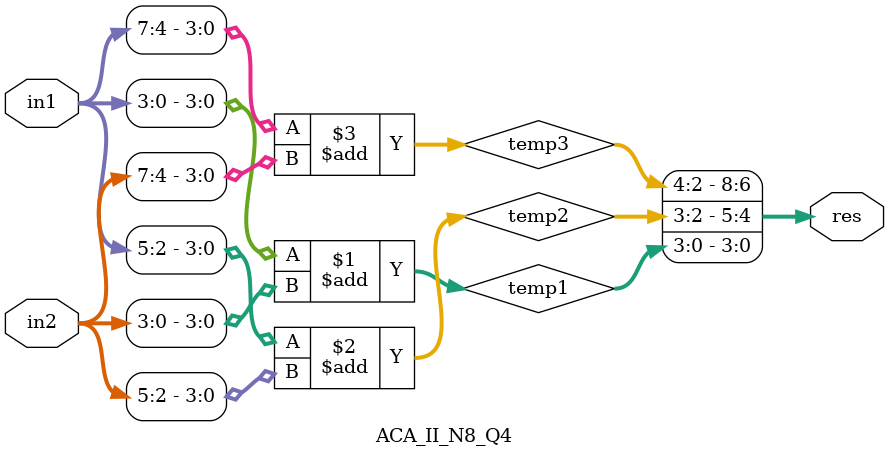
<source format=v>
`timescale 1ns / 1ps
module ACA_II_N8_Q4(
    input [7:0] in1,
    input [7:0] in2,
    output [8:0] res
    );

wire [4:0] temp1,temp2,temp3;

assign temp1[4:0] = in1[3:0] + in2[3:0];
assign temp2[4:0] = in1[5:2] + in2[5:2];
assign temp3[4:0] = in1[7:4] + in2[7:4];

assign res[8:0] = {temp3[4:2],temp2[3:2],temp1[3:0]};

endmodule

</source>
